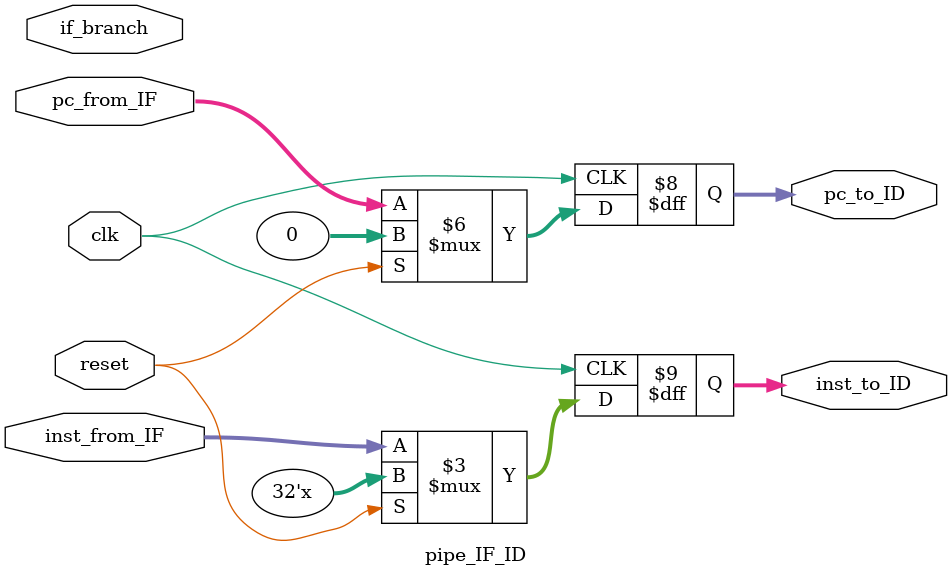
<source format=v>
module pipe_IF_ID (
    input  reset, clk,
    input[31:0] inst_from_IF,
    input[31:0] pc_from_IF,
                        //boolean type
    input if_branch,  // to check branch is coming from decode stage or not
    /*********Changed**********/
   // input[4:0] stall_code, 
    /**************************/
    output reg[31:0] pc_to_ID,
    output reg [31:0] inst_to_ID 
);

    always @(posedge clk ) begin
        if (reset  /*||(stall_code[2]==0 && stall_code[1]==1) */) begin
            pc_to_ID <= 0;
            inst_to_ID <= 32'hx;
        end
        else begin
            pc_to_ID <= pc_from_IF;
            inst_to_ID <= inst_from_IF;
        end
    end
    
endmodule
</source>
